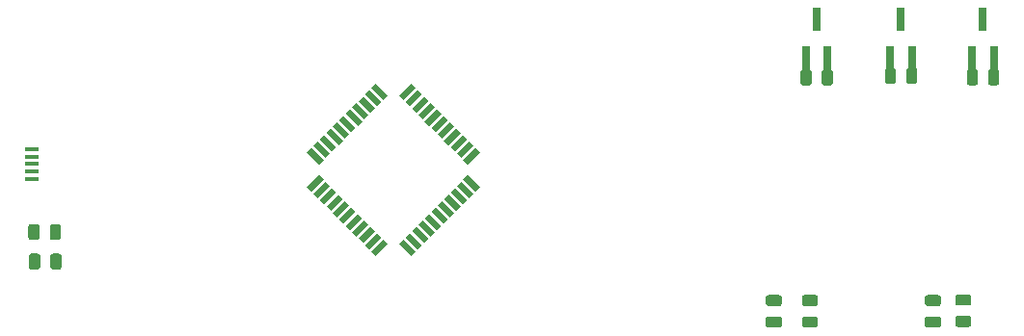
<source format=gbr>
G04 #@! TF.GenerationSoftware,KiCad,Pcbnew,(5.1.5)-2*
G04 #@! TF.CreationDate,2020-04-05T00:52:07+07:00*
G04 #@! TF.ProjectId,KIT_PIC16F1937,4b49545f-5049-4433-9136-46313933372e,rev?*
G04 #@! TF.SameCoordinates,Original*
G04 #@! TF.FileFunction,Paste,Bot*
G04 #@! TF.FilePolarity,Positive*
%FSLAX46Y46*%
G04 Gerber Fmt 4.6, Leading zero omitted, Abs format (unit mm)*
G04 Created by KiCad (PCBNEW (5.1.5)-2) date 2020-04-05 00:52:07*
%MOMM*%
%LPD*%
G04 APERTURE LIST*
%ADD10C,0.100000*%
%ADD11R,0.700000X2.000000*%
%ADD12R,1.300000X0.450000*%
G04 APERTURE END LIST*
D10*
G36*
X187415720Y-114059958D02*
G01*
X187026812Y-114448866D01*
X185966152Y-113388206D01*
X186355060Y-112999298D01*
X187415720Y-114059958D01*
G37*
G36*
X186850034Y-114625643D02*
G01*
X186461126Y-115014551D01*
X185400466Y-113953891D01*
X185789374Y-113564983D01*
X186850034Y-114625643D01*
G37*
G36*
X186284349Y-115191328D02*
G01*
X185895441Y-115580236D01*
X184834781Y-114519576D01*
X185223689Y-114130668D01*
X186284349Y-115191328D01*
G37*
G36*
X185718664Y-115757014D02*
G01*
X185329756Y-116145922D01*
X184269096Y-115085262D01*
X184658004Y-114696354D01*
X185718664Y-115757014D01*
G37*
G36*
X185152978Y-116322699D02*
G01*
X184764070Y-116711607D01*
X183703410Y-115650947D01*
X184092318Y-115262039D01*
X185152978Y-116322699D01*
G37*
G36*
X184587293Y-116888385D02*
G01*
X184198385Y-117277293D01*
X183137725Y-116216633D01*
X183526633Y-115827725D01*
X184587293Y-116888385D01*
G37*
G36*
X184021607Y-117454070D02*
G01*
X183632699Y-117842978D01*
X182572039Y-116782318D01*
X182960947Y-116393410D01*
X184021607Y-117454070D01*
G37*
G36*
X183455922Y-118019756D02*
G01*
X183067014Y-118408664D01*
X182006354Y-117348004D01*
X182395262Y-116959096D01*
X183455922Y-118019756D01*
G37*
G36*
X182890236Y-118585441D02*
G01*
X182501328Y-118974349D01*
X181440668Y-117913689D01*
X181829576Y-117524781D01*
X182890236Y-118585441D01*
G37*
G36*
X182324551Y-119151126D02*
G01*
X181935643Y-119540034D01*
X180874983Y-118479374D01*
X181263891Y-118090466D01*
X182324551Y-119151126D01*
G37*
G36*
X181758866Y-119716812D02*
G01*
X181369958Y-120105720D01*
X180309298Y-119045060D01*
X180698206Y-118656152D01*
X181758866Y-119716812D01*
G37*
G36*
X178294042Y-120105720D02*
G01*
X177905134Y-119716812D01*
X178965794Y-118656152D01*
X179354702Y-119045060D01*
X178294042Y-120105720D01*
G37*
G36*
X177728357Y-119540034D02*
G01*
X177339449Y-119151126D01*
X178400109Y-118090466D01*
X178789017Y-118479374D01*
X177728357Y-119540034D01*
G37*
G36*
X177162672Y-118974349D02*
G01*
X176773764Y-118585441D01*
X177834424Y-117524781D01*
X178223332Y-117913689D01*
X177162672Y-118974349D01*
G37*
G36*
X176596986Y-118408664D02*
G01*
X176208078Y-118019756D01*
X177268738Y-116959096D01*
X177657646Y-117348004D01*
X176596986Y-118408664D01*
G37*
G36*
X176031301Y-117842978D02*
G01*
X175642393Y-117454070D01*
X176703053Y-116393410D01*
X177091961Y-116782318D01*
X176031301Y-117842978D01*
G37*
G36*
X175465615Y-117277293D02*
G01*
X175076707Y-116888385D01*
X176137367Y-115827725D01*
X176526275Y-116216633D01*
X175465615Y-117277293D01*
G37*
G36*
X174899930Y-116711607D02*
G01*
X174511022Y-116322699D01*
X175571682Y-115262039D01*
X175960590Y-115650947D01*
X174899930Y-116711607D01*
G37*
G36*
X174334244Y-116145922D02*
G01*
X173945336Y-115757014D01*
X175005996Y-114696354D01*
X175394904Y-115085262D01*
X174334244Y-116145922D01*
G37*
G36*
X173768559Y-115580236D02*
G01*
X173379651Y-115191328D01*
X174440311Y-114130668D01*
X174829219Y-114519576D01*
X173768559Y-115580236D01*
G37*
G36*
X173202874Y-115014551D02*
G01*
X172813966Y-114625643D01*
X173874626Y-113564983D01*
X174263534Y-113953891D01*
X173202874Y-115014551D01*
G37*
G36*
X172637188Y-114448866D02*
G01*
X172248280Y-114059958D01*
X173308940Y-112999298D01*
X173697848Y-113388206D01*
X172637188Y-114448866D01*
G37*
G36*
X173697848Y-111655794D02*
G01*
X173308940Y-112044702D01*
X172248280Y-110984042D01*
X172637188Y-110595134D01*
X173697848Y-111655794D01*
G37*
G36*
X174263534Y-111090109D02*
G01*
X173874626Y-111479017D01*
X172813966Y-110418357D01*
X173202874Y-110029449D01*
X174263534Y-111090109D01*
G37*
G36*
X174829219Y-110524424D02*
G01*
X174440311Y-110913332D01*
X173379651Y-109852672D01*
X173768559Y-109463764D01*
X174829219Y-110524424D01*
G37*
G36*
X175394904Y-109958738D02*
G01*
X175005996Y-110347646D01*
X173945336Y-109286986D01*
X174334244Y-108898078D01*
X175394904Y-109958738D01*
G37*
G36*
X175960590Y-109393053D02*
G01*
X175571682Y-109781961D01*
X174511022Y-108721301D01*
X174899930Y-108332393D01*
X175960590Y-109393053D01*
G37*
G36*
X176526275Y-108827367D02*
G01*
X176137367Y-109216275D01*
X175076707Y-108155615D01*
X175465615Y-107766707D01*
X176526275Y-108827367D01*
G37*
G36*
X177091961Y-108261682D02*
G01*
X176703053Y-108650590D01*
X175642393Y-107589930D01*
X176031301Y-107201022D01*
X177091961Y-108261682D01*
G37*
G36*
X177657646Y-107695996D02*
G01*
X177268738Y-108084904D01*
X176208078Y-107024244D01*
X176596986Y-106635336D01*
X177657646Y-107695996D01*
G37*
G36*
X178223332Y-107130311D02*
G01*
X177834424Y-107519219D01*
X176773764Y-106458559D01*
X177162672Y-106069651D01*
X178223332Y-107130311D01*
G37*
G36*
X178789017Y-106564626D02*
G01*
X178400109Y-106953534D01*
X177339449Y-105892874D01*
X177728357Y-105503966D01*
X178789017Y-106564626D01*
G37*
G36*
X179354702Y-105998940D02*
G01*
X178965794Y-106387848D01*
X177905134Y-105327188D01*
X178294042Y-104938280D01*
X179354702Y-105998940D01*
G37*
G36*
X180698206Y-106387848D02*
G01*
X180309298Y-105998940D01*
X181369958Y-104938280D01*
X181758866Y-105327188D01*
X180698206Y-106387848D01*
G37*
G36*
X181263891Y-106953534D02*
G01*
X180874983Y-106564626D01*
X181935643Y-105503966D01*
X182324551Y-105892874D01*
X181263891Y-106953534D01*
G37*
G36*
X181829576Y-107519219D02*
G01*
X181440668Y-107130311D01*
X182501328Y-106069651D01*
X182890236Y-106458559D01*
X181829576Y-107519219D01*
G37*
G36*
X182395262Y-108084904D02*
G01*
X182006354Y-107695996D01*
X183067014Y-106635336D01*
X183455922Y-107024244D01*
X182395262Y-108084904D01*
G37*
G36*
X182960947Y-108650590D02*
G01*
X182572039Y-108261682D01*
X183632699Y-107201022D01*
X184021607Y-107589930D01*
X182960947Y-108650590D01*
G37*
G36*
X183526633Y-109216275D02*
G01*
X183137725Y-108827367D01*
X184198385Y-107766707D01*
X184587293Y-108155615D01*
X183526633Y-109216275D01*
G37*
G36*
X184092318Y-109781961D02*
G01*
X183703410Y-109393053D01*
X184764070Y-108332393D01*
X185152978Y-108721301D01*
X184092318Y-109781961D01*
G37*
G36*
X184658004Y-110347646D02*
G01*
X184269096Y-109958738D01*
X185329756Y-108898078D01*
X185718664Y-109286986D01*
X184658004Y-110347646D01*
G37*
G36*
X185223689Y-110913332D02*
G01*
X184834781Y-110524424D01*
X185895441Y-109463764D01*
X186284349Y-109852672D01*
X185223689Y-110913332D01*
G37*
G36*
X185789374Y-111479017D02*
G01*
X185400466Y-111090109D01*
X186461126Y-110029449D01*
X186850034Y-110418357D01*
X185789374Y-111479017D01*
G37*
G36*
X186355060Y-112044702D02*
G01*
X185966152Y-111655794D01*
X187026812Y-110595134D01*
X187415720Y-110984042D01*
X186355060Y-112044702D01*
G37*
G36*
X148592642Y-119901174D02*
G01*
X148616303Y-119904684D01*
X148639507Y-119910496D01*
X148662029Y-119918554D01*
X148683653Y-119928782D01*
X148704170Y-119941079D01*
X148723383Y-119955329D01*
X148741107Y-119971393D01*
X148757171Y-119989117D01*
X148771421Y-120008330D01*
X148783718Y-120028847D01*
X148793946Y-120050471D01*
X148802004Y-120072993D01*
X148807816Y-120096197D01*
X148811326Y-120119858D01*
X148812500Y-120143750D01*
X148812500Y-121056250D01*
X148811326Y-121080142D01*
X148807816Y-121103803D01*
X148802004Y-121127007D01*
X148793946Y-121149529D01*
X148783718Y-121171153D01*
X148771421Y-121191670D01*
X148757171Y-121210883D01*
X148741107Y-121228607D01*
X148723383Y-121244671D01*
X148704170Y-121258921D01*
X148683653Y-121271218D01*
X148662029Y-121281446D01*
X148639507Y-121289504D01*
X148616303Y-121295316D01*
X148592642Y-121298826D01*
X148568750Y-121300000D01*
X148081250Y-121300000D01*
X148057358Y-121298826D01*
X148033697Y-121295316D01*
X148010493Y-121289504D01*
X147987971Y-121281446D01*
X147966347Y-121271218D01*
X147945830Y-121258921D01*
X147926617Y-121244671D01*
X147908893Y-121228607D01*
X147892829Y-121210883D01*
X147878579Y-121191670D01*
X147866282Y-121171153D01*
X147856054Y-121149529D01*
X147847996Y-121127007D01*
X147842184Y-121103803D01*
X147838674Y-121080142D01*
X147837500Y-121056250D01*
X147837500Y-120143750D01*
X147838674Y-120119858D01*
X147842184Y-120096197D01*
X147847996Y-120072993D01*
X147856054Y-120050471D01*
X147866282Y-120028847D01*
X147878579Y-120008330D01*
X147892829Y-119989117D01*
X147908893Y-119971393D01*
X147926617Y-119955329D01*
X147945830Y-119941079D01*
X147966347Y-119928782D01*
X147987971Y-119918554D01*
X148010493Y-119910496D01*
X148033697Y-119904684D01*
X148057358Y-119901174D01*
X148081250Y-119900000D01*
X148568750Y-119900000D01*
X148592642Y-119901174D01*
G37*
G36*
X150467642Y-119901174D02*
G01*
X150491303Y-119904684D01*
X150514507Y-119910496D01*
X150537029Y-119918554D01*
X150558653Y-119928782D01*
X150579170Y-119941079D01*
X150598383Y-119955329D01*
X150616107Y-119971393D01*
X150632171Y-119989117D01*
X150646421Y-120008330D01*
X150658718Y-120028847D01*
X150668946Y-120050471D01*
X150677004Y-120072993D01*
X150682816Y-120096197D01*
X150686326Y-120119858D01*
X150687500Y-120143750D01*
X150687500Y-121056250D01*
X150686326Y-121080142D01*
X150682816Y-121103803D01*
X150677004Y-121127007D01*
X150668946Y-121149529D01*
X150658718Y-121171153D01*
X150646421Y-121191670D01*
X150632171Y-121210883D01*
X150616107Y-121228607D01*
X150598383Y-121244671D01*
X150579170Y-121258921D01*
X150558653Y-121271218D01*
X150537029Y-121281446D01*
X150514507Y-121289504D01*
X150491303Y-121295316D01*
X150467642Y-121298826D01*
X150443750Y-121300000D01*
X149956250Y-121300000D01*
X149932358Y-121298826D01*
X149908697Y-121295316D01*
X149885493Y-121289504D01*
X149862971Y-121281446D01*
X149841347Y-121271218D01*
X149820830Y-121258921D01*
X149801617Y-121244671D01*
X149783893Y-121228607D01*
X149767829Y-121210883D01*
X149753579Y-121191670D01*
X149741282Y-121171153D01*
X149731054Y-121149529D01*
X149722996Y-121127007D01*
X149717184Y-121103803D01*
X149713674Y-121080142D01*
X149712500Y-121056250D01*
X149712500Y-120143750D01*
X149713674Y-120119858D01*
X149717184Y-120096197D01*
X149722996Y-120072993D01*
X149731054Y-120050471D01*
X149741282Y-120028847D01*
X149753579Y-120008330D01*
X149767829Y-119989117D01*
X149783893Y-119971393D01*
X149801617Y-119955329D01*
X149820830Y-119941079D01*
X149841347Y-119928782D01*
X149862971Y-119918554D01*
X149885493Y-119910496D01*
X149908697Y-119904684D01*
X149932358Y-119901174D01*
X149956250Y-119900000D01*
X150443750Y-119900000D01*
X150467642Y-119901174D01*
G37*
G36*
X150405142Y-117301174D02*
G01*
X150428803Y-117304684D01*
X150452007Y-117310496D01*
X150474529Y-117318554D01*
X150496153Y-117328782D01*
X150516670Y-117341079D01*
X150535883Y-117355329D01*
X150553607Y-117371393D01*
X150569671Y-117389117D01*
X150583921Y-117408330D01*
X150596218Y-117428847D01*
X150606446Y-117450471D01*
X150614504Y-117472993D01*
X150620316Y-117496197D01*
X150623826Y-117519858D01*
X150625000Y-117543750D01*
X150625000Y-118456250D01*
X150623826Y-118480142D01*
X150620316Y-118503803D01*
X150614504Y-118527007D01*
X150606446Y-118549529D01*
X150596218Y-118571153D01*
X150583921Y-118591670D01*
X150569671Y-118610883D01*
X150553607Y-118628607D01*
X150535883Y-118644671D01*
X150516670Y-118658921D01*
X150496153Y-118671218D01*
X150474529Y-118681446D01*
X150452007Y-118689504D01*
X150428803Y-118695316D01*
X150405142Y-118698826D01*
X150381250Y-118700000D01*
X149893750Y-118700000D01*
X149869858Y-118698826D01*
X149846197Y-118695316D01*
X149822993Y-118689504D01*
X149800471Y-118681446D01*
X149778847Y-118671218D01*
X149758330Y-118658921D01*
X149739117Y-118644671D01*
X149721393Y-118628607D01*
X149705329Y-118610883D01*
X149691079Y-118591670D01*
X149678782Y-118571153D01*
X149668554Y-118549529D01*
X149660496Y-118527007D01*
X149654684Y-118503803D01*
X149651174Y-118480142D01*
X149650000Y-118456250D01*
X149650000Y-117543750D01*
X149651174Y-117519858D01*
X149654684Y-117496197D01*
X149660496Y-117472993D01*
X149668554Y-117450471D01*
X149678782Y-117428847D01*
X149691079Y-117408330D01*
X149705329Y-117389117D01*
X149721393Y-117371393D01*
X149739117Y-117355329D01*
X149758330Y-117341079D01*
X149778847Y-117328782D01*
X149800471Y-117318554D01*
X149822993Y-117310496D01*
X149846197Y-117304684D01*
X149869858Y-117301174D01*
X149893750Y-117300000D01*
X150381250Y-117300000D01*
X150405142Y-117301174D01*
G37*
G36*
X148530142Y-117301174D02*
G01*
X148553803Y-117304684D01*
X148577007Y-117310496D01*
X148599529Y-117318554D01*
X148621153Y-117328782D01*
X148641670Y-117341079D01*
X148660883Y-117355329D01*
X148678607Y-117371393D01*
X148694671Y-117389117D01*
X148708921Y-117408330D01*
X148721218Y-117428847D01*
X148731446Y-117450471D01*
X148739504Y-117472993D01*
X148745316Y-117496197D01*
X148748826Y-117519858D01*
X148750000Y-117543750D01*
X148750000Y-118456250D01*
X148748826Y-118480142D01*
X148745316Y-118503803D01*
X148739504Y-118527007D01*
X148731446Y-118549529D01*
X148721218Y-118571153D01*
X148708921Y-118591670D01*
X148694671Y-118610883D01*
X148678607Y-118628607D01*
X148660883Y-118644671D01*
X148641670Y-118658921D01*
X148621153Y-118671218D01*
X148599529Y-118681446D01*
X148577007Y-118689504D01*
X148553803Y-118695316D01*
X148530142Y-118698826D01*
X148506250Y-118700000D01*
X148018750Y-118700000D01*
X147994858Y-118698826D01*
X147971197Y-118695316D01*
X147947993Y-118689504D01*
X147925471Y-118681446D01*
X147903847Y-118671218D01*
X147883330Y-118658921D01*
X147864117Y-118644671D01*
X147846393Y-118628607D01*
X147830329Y-118610883D01*
X147816079Y-118591670D01*
X147803782Y-118571153D01*
X147793554Y-118549529D01*
X147785496Y-118527007D01*
X147779684Y-118503803D01*
X147776174Y-118480142D01*
X147775000Y-118456250D01*
X147775000Y-117543750D01*
X147776174Y-117519858D01*
X147779684Y-117496197D01*
X147785496Y-117472993D01*
X147793554Y-117450471D01*
X147803782Y-117428847D01*
X147816079Y-117408330D01*
X147830329Y-117389117D01*
X147846393Y-117371393D01*
X147864117Y-117355329D01*
X147883330Y-117341079D01*
X147903847Y-117328782D01*
X147925471Y-117318554D01*
X147947993Y-117310496D01*
X147971197Y-117304684D01*
X147994858Y-117301174D01*
X148018750Y-117300000D01*
X148506250Y-117300000D01*
X148530142Y-117301174D01*
G37*
G36*
X216888142Y-123544174D02*
G01*
X216911803Y-123547684D01*
X216935007Y-123553496D01*
X216957529Y-123561554D01*
X216979153Y-123571782D01*
X216999670Y-123584079D01*
X217018883Y-123598329D01*
X217036607Y-123614393D01*
X217052671Y-123632117D01*
X217066921Y-123651330D01*
X217079218Y-123671847D01*
X217089446Y-123693471D01*
X217097504Y-123715993D01*
X217103316Y-123739197D01*
X217106826Y-123762858D01*
X217108000Y-123786750D01*
X217108000Y-124274250D01*
X217106826Y-124298142D01*
X217103316Y-124321803D01*
X217097504Y-124345007D01*
X217089446Y-124367529D01*
X217079218Y-124389153D01*
X217066921Y-124409670D01*
X217052671Y-124428883D01*
X217036607Y-124446607D01*
X217018883Y-124462671D01*
X216999670Y-124476921D01*
X216979153Y-124489218D01*
X216957529Y-124499446D01*
X216935007Y-124507504D01*
X216911803Y-124513316D01*
X216888142Y-124516826D01*
X216864250Y-124518000D01*
X215951750Y-124518000D01*
X215927858Y-124516826D01*
X215904197Y-124513316D01*
X215880993Y-124507504D01*
X215858471Y-124499446D01*
X215836847Y-124489218D01*
X215816330Y-124476921D01*
X215797117Y-124462671D01*
X215779393Y-124446607D01*
X215763329Y-124428883D01*
X215749079Y-124409670D01*
X215736782Y-124389153D01*
X215726554Y-124367529D01*
X215718496Y-124345007D01*
X215712684Y-124321803D01*
X215709174Y-124298142D01*
X215708000Y-124274250D01*
X215708000Y-123786750D01*
X215709174Y-123762858D01*
X215712684Y-123739197D01*
X215718496Y-123715993D01*
X215726554Y-123693471D01*
X215736782Y-123671847D01*
X215749079Y-123651330D01*
X215763329Y-123632117D01*
X215779393Y-123614393D01*
X215797117Y-123598329D01*
X215816330Y-123584079D01*
X215836847Y-123571782D01*
X215858471Y-123561554D01*
X215880993Y-123553496D01*
X215904197Y-123547684D01*
X215927858Y-123544174D01*
X215951750Y-123543000D01*
X216864250Y-123543000D01*
X216888142Y-123544174D01*
G37*
G36*
X216888142Y-125419174D02*
G01*
X216911803Y-125422684D01*
X216935007Y-125428496D01*
X216957529Y-125436554D01*
X216979153Y-125446782D01*
X216999670Y-125459079D01*
X217018883Y-125473329D01*
X217036607Y-125489393D01*
X217052671Y-125507117D01*
X217066921Y-125526330D01*
X217079218Y-125546847D01*
X217089446Y-125568471D01*
X217097504Y-125590993D01*
X217103316Y-125614197D01*
X217106826Y-125637858D01*
X217108000Y-125661750D01*
X217108000Y-126149250D01*
X217106826Y-126173142D01*
X217103316Y-126196803D01*
X217097504Y-126220007D01*
X217089446Y-126242529D01*
X217079218Y-126264153D01*
X217066921Y-126284670D01*
X217052671Y-126303883D01*
X217036607Y-126321607D01*
X217018883Y-126337671D01*
X216999670Y-126351921D01*
X216979153Y-126364218D01*
X216957529Y-126374446D01*
X216935007Y-126382504D01*
X216911803Y-126388316D01*
X216888142Y-126391826D01*
X216864250Y-126393000D01*
X215951750Y-126393000D01*
X215927858Y-126391826D01*
X215904197Y-126388316D01*
X215880993Y-126382504D01*
X215858471Y-126374446D01*
X215836847Y-126364218D01*
X215816330Y-126351921D01*
X215797117Y-126337671D01*
X215779393Y-126321607D01*
X215763329Y-126303883D01*
X215749079Y-126284670D01*
X215736782Y-126264153D01*
X215726554Y-126242529D01*
X215718496Y-126220007D01*
X215712684Y-126196803D01*
X215709174Y-126173142D01*
X215708000Y-126149250D01*
X215708000Y-125661750D01*
X215709174Y-125637858D01*
X215712684Y-125614197D01*
X215718496Y-125590993D01*
X215726554Y-125568471D01*
X215736782Y-125546847D01*
X215749079Y-125526330D01*
X215763329Y-125507117D01*
X215779393Y-125489393D01*
X215797117Y-125473329D01*
X215816330Y-125459079D01*
X215836847Y-125446782D01*
X215858471Y-125436554D01*
X215880993Y-125428496D01*
X215904197Y-125422684D01*
X215927858Y-125419174D01*
X215951750Y-125418000D01*
X216864250Y-125418000D01*
X216888142Y-125419174D01*
G37*
G36*
X213713142Y-125419174D02*
G01*
X213736803Y-125422684D01*
X213760007Y-125428496D01*
X213782529Y-125436554D01*
X213804153Y-125446782D01*
X213824670Y-125459079D01*
X213843883Y-125473329D01*
X213861607Y-125489393D01*
X213877671Y-125507117D01*
X213891921Y-125526330D01*
X213904218Y-125546847D01*
X213914446Y-125568471D01*
X213922504Y-125590993D01*
X213928316Y-125614197D01*
X213931826Y-125637858D01*
X213933000Y-125661750D01*
X213933000Y-126149250D01*
X213931826Y-126173142D01*
X213928316Y-126196803D01*
X213922504Y-126220007D01*
X213914446Y-126242529D01*
X213904218Y-126264153D01*
X213891921Y-126284670D01*
X213877671Y-126303883D01*
X213861607Y-126321607D01*
X213843883Y-126337671D01*
X213824670Y-126351921D01*
X213804153Y-126364218D01*
X213782529Y-126374446D01*
X213760007Y-126382504D01*
X213736803Y-126388316D01*
X213713142Y-126391826D01*
X213689250Y-126393000D01*
X212776750Y-126393000D01*
X212752858Y-126391826D01*
X212729197Y-126388316D01*
X212705993Y-126382504D01*
X212683471Y-126374446D01*
X212661847Y-126364218D01*
X212641330Y-126351921D01*
X212622117Y-126337671D01*
X212604393Y-126321607D01*
X212588329Y-126303883D01*
X212574079Y-126284670D01*
X212561782Y-126264153D01*
X212551554Y-126242529D01*
X212543496Y-126220007D01*
X212537684Y-126196803D01*
X212534174Y-126173142D01*
X212533000Y-126149250D01*
X212533000Y-125661750D01*
X212534174Y-125637858D01*
X212537684Y-125614197D01*
X212543496Y-125590993D01*
X212551554Y-125568471D01*
X212561782Y-125546847D01*
X212574079Y-125526330D01*
X212588329Y-125507117D01*
X212604393Y-125489393D01*
X212622117Y-125473329D01*
X212641330Y-125459079D01*
X212661847Y-125446782D01*
X212683471Y-125436554D01*
X212705993Y-125428496D01*
X212729197Y-125422684D01*
X212752858Y-125419174D01*
X212776750Y-125418000D01*
X213689250Y-125418000D01*
X213713142Y-125419174D01*
G37*
G36*
X213713142Y-123544174D02*
G01*
X213736803Y-123547684D01*
X213760007Y-123553496D01*
X213782529Y-123561554D01*
X213804153Y-123571782D01*
X213824670Y-123584079D01*
X213843883Y-123598329D01*
X213861607Y-123614393D01*
X213877671Y-123632117D01*
X213891921Y-123651330D01*
X213904218Y-123671847D01*
X213914446Y-123693471D01*
X213922504Y-123715993D01*
X213928316Y-123739197D01*
X213931826Y-123762858D01*
X213933000Y-123786750D01*
X213933000Y-124274250D01*
X213931826Y-124298142D01*
X213928316Y-124321803D01*
X213922504Y-124345007D01*
X213914446Y-124367529D01*
X213904218Y-124389153D01*
X213891921Y-124409670D01*
X213877671Y-124428883D01*
X213861607Y-124446607D01*
X213843883Y-124462671D01*
X213824670Y-124476921D01*
X213804153Y-124489218D01*
X213782529Y-124499446D01*
X213760007Y-124507504D01*
X213736803Y-124513316D01*
X213713142Y-124516826D01*
X213689250Y-124518000D01*
X212776750Y-124518000D01*
X212752858Y-124516826D01*
X212729197Y-124513316D01*
X212705993Y-124507504D01*
X212683471Y-124499446D01*
X212661847Y-124489218D01*
X212641330Y-124476921D01*
X212622117Y-124462671D01*
X212604393Y-124446607D01*
X212588329Y-124428883D01*
X212574079Y-124409670D01*
X212561782Y-124389153D01*
X212551554Y-124367529D01*
X212543496Y-124345007D01*
X212537684Y-124321803D01*
X212534174Y-124298142D01*
X212533000Y-124274250D01*
X212533000Y-123786750D01*
X212534174Y-123762858D01*
X212537684Y-123739197D01*
X212543496Y-123715993D01*
X212551554Y-123693471D01*
X212561782Y-123671847D01*
X212574079Y-123651330D01*
X212588329Y-123632117D01*
X212604393Y-123614393D01*
X212622117Y-123598329D01*
X212641330Y-123584079D01*
X212661847Y-123571782D01*
X212683471Y-123561554D01*
X212705993Y-123553496D01*
X212729197Y-123547684D01*
X212752858Y-123544174D01*
X212776750Y-123543000D01*
X213689250Y-123543000D01*
X213713142Y-123544174D01*
G37*
G36*
X230350142Y-123495674D02*
G01*
X230373803Y-123499184D01*
X230397007Y-123504996D01*
X230419529Y-123513054D01*
X230441153Y-123523282D01*
X230461670Y-123535579D01*
X230480883Y-123549829D01*
X230498607Y-123565893D01*
X230514671Y-123583617D01*
X230528921Y-123602830D01*
X230541218Y-123623347D01*
X230551446Y-123644971D01*
X230559504Y-123667493D01*
X230565316Y-123690697D01*
X230568826Y-123714358D01*
X230570000Y-123738250D01*
X230570000Y-124225750D01*
X230568826Y-124249642D01*
X230565316Y-124273303D01*
X230559504Y-124296507D01*
X230551446Y-124319029D01*
X230541218Y-124340653D01*
X230528921Y-124361170D01*
X230514671Y-124380383D01*
X230498607Y-124398107D01*
X230480883Y-124414171D01*
X230461670Y-124428421D01*
X230441153Y-124440718D01*
X230419529Y-124450946D01*
X230397007Y-124459004D01*
X230373803Y-124464816D01*
X230350142Y-124468326D01*
X230326250Y-124469500D01*
X229413750Y-124469500D01*
X229389858Y-124468326D01*
X229366197Y-124464816D01*
X229342993Y-124459004D01*
X229320471Y-124450946D01*
X229298847Y-124440718D01*
X229278330Y-124428421D01*
X229259117Y-124414171D01*
X229241393Y-124398107D01*
X229225329Y-124380383D01*
X229211079Y-124361170D01*
X229198782Y-124340653D01*
X229188554Y-124319029D01*
X229180496Y-124296507D01*
X229174684Y-124273303D01*
X229171174Y-124249642D01*
X229170000Y-124225750D01*
X229170000Y-123738250D01*
X229171174Y-123714358D01*
X229174684Y-123690697D01*
X229180496Y-123667493D01*
X229188554Y-123644971D01*
X229198782Y-123623347D01*
X229211079Y-123602830D01*
X229225329Y-123583617D01*
X229241393Y-123565893D01*
X229259117Y-123549829D01*
X229278330Y-123535579D01*
X229298847Y-123523282D01*
X229320471Y-123513054D01*
X229342993Y-123504996D01*
X229366197Y-123499184D01*
X229389858Y-123495674D01*
X229413750Y-123494500D01*
X230326250Y-123494500D01*
X230350142Y-123495674D01*
G37*
G36*
X230350142Y-125370674D02*
G01*
X230373803Y-125374184D01*
X230397007Y-125379996D01*
X230419529Y-125388054D01*
X230441153Y-125398282D01*
X230461670Y-125410579D01*
X230480883Y-125424829D01*
X230498607Y-125440893D01*
X230514671Y-125458617D01*
X230528921Y-125477830D01*
X230541218Y-125498347D01*
X230551446Y-125519971D01*
X230559504Y-125542493D01*
X230565316Y-125565697D01*
X230568826Y-125589358D01*
X230570000Y-125613250D01*
X230570000Y-126100750D01*
X230568826Y-126124642D01*
X230565316Y-126148303D01*
X230559504Y-126171507D01*
X230551446Y-126194029D01*
X230541218Y-126215653D01*
X230528921Y-126236170D01*
X230514671Y-126255383D01*
X230498607Y-126273107D01*
X230480883Y-126289171D01*
X230461670Y-126303421D01*
X230441153Y-126315718D01*
X230419529Y-126325946D01*
X230397007Y-126334004D01*
X230373803Y-126339816D01*
X230350142Y-126343326D01*
X230326250Y-126344500D01*
X229413750Y-126344500D01*
X229389858Y-126343326D01*
X229366197Y-126339816D01*
X229342993Y-126334004D01*
X229320471Y-126325946D01*
X229298847Y-126315718D01*
X229278330Y-126303421D01*
X229259117Y-126289171D01*
X229241393Y-126273107D01*
X229225329Y-126255383D01*
X229211079Y-126236170D01*
X229198782Y-126215653D01*
X229188554Y-126194029D01*
X229180496Y-126171507D01*
X229174684Y-126148303D01*
X229171174Y-126124642D01*
X229170000Y-126100750D01*
X229170000Y-125613250D01*
X229171174Y-125589358D01*
X229174684Y-125565697D01*
X229180496Y-125542493D01*
X229188554Y-125519971D01*
X229198782Y-125498347D01*
X229211079Y-125477830D01*
X229225329Y-125458617D01*
X229241393Y-125440893D01*
X229259117Y-125424829D01*
X229278330Y-125410579D01*
X229298847Y-125398282D01*
X229320471Y-125388054D01*
X229342993Y-125379996D01*
X229366197Y-125374184D01*
X229389858Y-125370674D01*
X229413750Y-125369500D01*
X230326250Y-125369500D01*
X230350142Y-125370674D01*
G37*
G36*
X227683142Y-125419174D02*
G01*
X227706803Y-125422684D01*
X227730007Y-125428496D01*
X227752529Y-125436554D01*
X227774153Y-125446782D01*
X227794670Y-125459079D01*
X227813883Y-125473329D01*
X227831607Y-125489393D01*
X227847671Y-125507117D01*
X227861921Y-125526330D01*
X227874218Y-125546847D01*
X227884446Y-125568471D01*
X227892504Y-125590993D01*
X227898316Y-125614197D01*
X227901826Y-125637858D01*
X227903000Y-125661750D01*
X227903000Y-126149250D01*
X227901826Y-126173142D01*
X227898316Y-126196803D01*
X227892504Y-126220007D01*
X227884446Y-126242529D01*
X227874218Y-126264153D01*
X227861921Y-126284670D01*
X227847671Y-126303883D01*
X227831607Y-126321607D01*
X227813883Y-126337671D01*
X227794670Y-126351921D01*
X227774153Y-126364218D01*
X227752529Y-126374446D01*
X227730007Y-126382504D01*
X227706803Y-126388316D01*
X227683142Y-126391826D01*
X227659250Y-126393000D01*
X226746750Y-126393000D01*
X226722858Y-126391826D01*
X226699197Y-126388316D01*
X226675993Y-126382504D01*
X226653471Y-126374446D01*
X226631847Y-126364218D01*
X226611330Y-126351921D01*
X226592117Y-126337671D01*
X226574393Y-126321607D01*
X226558329Y-126303883D01*
X226544079Y-126284670D01*
X226531782Y-126264153D01*
X226521554Y-126242529D01*
X226513496Y-126220007D01*
X226507684Y-126196803D01*
X226504174Y-126173142D01*
X226503000Y-126149250D01*
X226503000Y-125661750D01*
X226504174Y-125637858D01*
X226507684Y-125614197D01*
X226513496Y-125590993D01*
X226521554Y-125568471D01*
X226531782Y-125546847D01*
X226544079Y-125526330D01*
X226558329Y-125507117D01*
X226574393Y-125489393D01*
X226592117Y-125473329D01*
X226611330Y-125459079D01*
X226631847Y-125446782D01*
X226653471Y-125436554D01*
X226675993Y-125428496D01*
X226699197Y-125422684D01*
X226722858Y-125419174D01*
X226746750Y-125418000D01*
X227659250Y-125418000D01*
X227683142Y-125419174D01*
G37*
G36*
X227683142Y-123544174D02*
G01*
X227706803Y-123547684D01*
X227730007Y-123553496D01*
X227752529Y-123561554D01*
X227774153Y-123571782D01*
X227794670Y-123584079D01*
X227813883Y-123598329D01*
X227831607Y-123614393D01*
X227847671Y-123632117D01*
X227861921Y-123651330D01*
X227874218Y-123671847D01*
X227884446Y-123693471D01*
X227892504Y-123715993D01*
X227898316Y-123739197D01*
X227901826Y-123762858D01*
X227903000Y-123786750D01*
X227903000Y-124274250D01*
X227901826Y-124298142D01*
X227898316Y-124321803D01*
X227892504Y-124345007D01*
X227884446Y-124367529D01*
X227874218Y-124389153D01*
X227861921Y-124409670D01*
X227847671Y-124428883D01*
X227831607Y-124446607D01*
X227813883Y-124462671D01*
X227794670Y-124476921D01*
X227774153Y-124489218D01*
X227752529Y-124499446D01*
X227730007Y-124507504D01*
X227706803Y-124513316D01*
X227683142Y-124516826D01*
X227659250Y-124518000D01*
X226746750Y-124518000D01*
X226722858Y-124516826D01*
X226699197Y-124513316D01*
X226675993Y-124507504D01*
X226653471Y-124499446D01*
X226631847Y-124489218D01*
X226611330Y-124476921D01*
X226592117Y-124462671D01*
X226574393Y-124446607D01*
X226558329Y-124428883D01*
X226544079Y-124409670D01*
X226531782Y-124389153D01*
X226521554Y-124367529D01*
X226513496Y-124345007D01*
X226507684Y-124321803D01*
X226504174Y-124298142D01*
X226503000Y-124274250D01*
X226503000Y-123786750D01*
X226504174Y-123762858D01*
X226507684Y-123739197D01*
X226513496Y-123715993D01*
X226521554Y-123693471D01*
X226531782Y-123671847D01*
X226544079Y-123651330D01*
X226558329Y-123632117D01*
X226574393Y-123614393D01*
X226592117Y-123598329D01*
X226611330Y-123584079D01*
X226631847Y-123571782D01*
X226653471Y-123561554D01*
X226675993Y-123553496D01*
X226699197Y-123547684D01*
X226722858Y-123544174D01*
X226746750Y-123543000D01*
X227659250Y-123543000D01*
X227683142Y-123544174D01*
G37*
D11*
X217950000Y-102700000D03*
X216050000Y-102700000D03*
X217000000Y-99300000D03*
D10*
G36*
X216330142Y-103701174D02*
G01*
X216353803Y-103704684D01*
X216377007Y-103710496D01*
X216399529Y-103718554D01*
X216421153Y-103728782D01*
X216441670Y-103741079D01*
X216460883Y-103755329D01*
X216478607Y-103771393D01*
X216494671Y-103789117D01*
X216508921Y-103808330D01*
X216521218Y-103828847D01*
X216531446Y-103850471D01*
X216539504Y-103872993D01*
X216545316Y-103896197D01*
X216548826Y-103919858D01*
X216550000Y-103943750D01*
X216550000Y-104856250D01*
X216548826Y-104880142D01*
X216545316Y-104903803D01*
X216539504Y-104927007D01*
X216531446Y-104949529D01*
X216521218Y-104971153D01*
X216508921Y-104991670D01*
X216494671Y-105010883D01*
X216478607Y-105028607D01*
X216460883Y-105044671D01*
X216441670Y-105058921D01*
X216421153Y-105071218D01*
X216399529Y-105081446D01*
X216377007Y-105089504D01*
X216353803Y-105095316D01*
X216330142Y-105098826D01*
X216306250Y-105100000D01*
X215818750Y-105100000D01*
X215794858Y-105098826D01*
X215771197Y-105095316D01*
X215747993Y-105089504D01*
X215725471Y-105081446D01*
X215703847Y-105071218D01*
X215683330Y-105058921D01*
X215664117Y-105044671D01*
X215646393Y-105028607D01*
X215630329Y-105010883D01*
X215616079Y-104991670D01*
X215603782Y-104971153D01*
X215593554Y-104949529D01*
X215585496Y-104927007D01*
X215579684Y-104903803D01*
X215576174Y-104880142D01*
X215575000Y-104856250D01*
X215575000Y-103943750D01*
X215576174Y-103919858D01*
X215579684Y-103896197D01*
X215585496Y-103872993D01*
X215593554Y-103850471D01*
X215603782Y-103828847D01*
X215616079Y-103808330D01*
X215630329Y-103789117D01*
X215646393Y-103771393D01*
X215664117Y-103755329D01*
X215683330Y-103741079D01*
X215703847Y-103728782D01*
X215725471Y-103718554D01*
X215747993Y-103710496D01*
X215771197Y-103704684D01*
X215794858Y-103701174D01*
X215818750Y-103700000D01*
X216306250Y-103700000D01*
X216330142Y-103701174D01*
G37*
G36*
X218205142Y-103701174D02*
G01*
X218228803Y-103704684D01*
X218252007Y-103710496D01*
X218274529Y-103718554D01*
X218296153Y-103728782D01*
X218316670Y-103741079D01*
X218335883Y-103755329D01*
X218353607Y-103771393D01*
X218369671Y-103789117D01*
X218383921Y-103808330D01*
X218396218Y-103828847D01*
X218406446Y-103850471D01*
X218414504Y-103872993D01*
X218420316Y-103896197D01*
X218423826Y-103919858D01*
X218425000Y-103943750D01*
X218425000Y-104856250D01*
X218423826Y-104880142D01*
X218420316Y-104903803D01*
X218414504Y-104927007D01*
X218406446Y-104949529D01*
X218396218Y-104971153D01*
X218383921Y-104991670D01*
X218369671Y-105010883D01*
X218353607Y-105028607D01*
X218335883Y-105044671D01*
X218316670Y-105058921D01*
X218296153Y-105071218D01*
X218274529Y-105081446D01*
X218252007Y-105089504D01*
X218228803Y-105095316D01*
X218205142Y-105098826D01*
X218181250Y-105100000D01*
X217693750Y-105100000D01*
X217669858Y-105098826D01*
X217646197Y-105095316D01*
X217622993Y-105089504D01*
X217600471Y-105081446D01*
X217578847Y-105071218D01*
X217558330Y-105058921D01*
X217539117Y-105044671D01*
X217521393Y-105028607D01*
X217505329Y-105010883D01*
X217491079Y-104991670D01*
X217478782Y-104971153D01*
X217468554Y-104949529D01*
X217460496Y-104927007D01*
X217454684Y-104903803D01*
X217451174Y-104880142D01*
X217450000Y-104856250D01*
X217450000Y-103943750D01*
X217451174Y-103919858D01*
X217454684Y-103896197D01*
X217460496Y-103872993D01*
X217468554Y-103850471D01*
X217478782Y-103828847D01*
X217491079Y-103808330D01*
X217505329Y-103789117D01*
X217521393Y-103771393D01*
X217539117Y-103755329D01*
X217558330Y-103741079D01*
X217578847Y-103728782D01*
X217600471Y-103718554D01*
X217622993Y-103710496D01*
X217646197Y-103704684D01*
X217669858Y-103701174D01*
X217693750Y-103700000D01*
X218181250Y-103700000D01*
X218205142Y-103701174D01*
G37*
D11*
X225350000Y-102700000D03*
X223450000Y-102700000D03*
X224400000Y-99300000D03*
D10*
G36*
X223739142Y-103568174D02*
G01*
X223762803Y-103571684D01*
X223786007Y-103577496D01*
X223808529Y-103585554D01*
X223830153Y-103595782D01*
X223850670Y-103608079D01*
X223869883Y-103622329D01*
X223887607Y-103638393D01*
X223903671Y-103656117D01*
X223917921Y-103675330D01*
X223930218Y-103695847D01*
X223940446Y-103717471D01*
X223948504Y-103739993D01*
X223954316Y-103763197D01*
X223957826Y-103786858D01*
X223959000Y-103810750D01*
X223959000Y-104723250D01*
X223957826Y-104747142D01*
X223954316Y-104770803D01*
X223948504Y-104794007D01*
X223940446Y-104816529D01*
X223930218Y-104838153D01*
X223917921Y-104858670D01*
X223903671Y-104877883D01*
X223887607Y-104895607D01*
X223869883Y-104911671D01*
X223850670Y-104925921D01*
X223830153Y-104938218D01*
X223808529Y-104948446D01*
X223786007Y-104956504D01*
X223762803Y-104962316D01*
X223739142Y-104965826D01*
X223715250Y-104967000D01*
X223227750Y-104967000D01*
X223203858Y-104965826D01*
X223180197Y-104962316D01*
X223156993Y-104956504D01*
X223134471Y-104948446D01*
X223112847Y-104938218D01*
X223092330Y-104925921D01*
X223073117Y-104911671D01*
X223055393Y-104895607D01*
X223039329Y-104877883D01*
X223025079Y-104858670D01*
X223012782Y-104838153D01*
X223002554Y-104816529D01*
X222994496Y-104794007D01*
X222988684Y-104770803D01*
X222985174Y-104747142D01*
X222984000Y-104723250D01*
X222984000Y-103810750D01*
X222985174Y-103786858D01*
X222988684Y-103763197D01*
X222994496Y-103739993D01*
X223002554Y-103717471D01*
X223012782Y-103695847D01*
X223025079Y-103675330D01*
X223039329Y-103656117D01*
X223055393Y-103638393D01*
X223073117Y-103622329D01*
X223092330Y-103608079D01*
X223112847Y-103595782D01*
X223134471Y-103585554D01*
X223156993Y-103577496D01*
X223180197Y-103571684D01*
X223203858Y-103568174D01*
X223227750Y-103567000D01*
X223715250Y-103567000D01*
X223739142Y-103568174D01*
G37*
G36*
X225614142Y-103568174D02*
G01*
X225637803Y-103571684D01*
X225661007Y-103577496D01*
X225683529Y-103585554D01*
X225705153Y-103595782D01*
X225725670Y-103608079D01*
X225744883Y-103622329D01*
X225762607Y-103638393D01*
X225778671Y-103656117D01*
X225792921Y-103675330D01*
X225805218Y-103695847D01*
X225815446Y-103717471D01*
X225823504Y-103739993D01*
X225829316Y-103763197D01*
X225832826Y-103786858D01*
X225834000Y-103810750D01*
X225834000Y-104723250D01*
X225832826Y-104747142D01*
X225829316Y-104770803D01*
X225823504Y-104794007D01*
X225815446Y-104816529D01*
X225805218Y-104838153D01*
X225792921Y-104858670D01*
X225778671Y-104877883D01*
X225762607Y-104895607D01*
X225744883Y-104911671D01*
X225725670Y-104925921D01*
X225705153Y-104938218D01*
X225683529Y-104948446D01*
X225661007Y-104956504D01*
X225637803Y-104962316D01*
X225614142Y-104965826D01*
X225590250Y-104967000D01*
X225102750Y-104967000D01*
X225078858Y-104965826D01*
X225055197Y-104962316D01*
X225031993Y-104956504D01*
X225009471Y-104948446D01*
X224987847Y-104938218D01*
X224967330Y-104925921D01*
X224948117Y-104911671D01*
X224930393Y-104895607D01*
X224914329Y-104877883D01*
X224900079Y-104858670D01*
X224887782Y-104838153D01*
X224877554Y-104816529D01*
X224869496Y-104794007D01*
X224863684Y-104770803D01*
X224860174Y-104747142D01*
X224859000Y-104723250D01*
X224859000Y-103810750D01*
X224860174Y-103786858D01*
X224863684Y-103763197D01*
X224869496Y-103739993D01*
X224877554Y-103717471D01*
X224887782Y-103695847D01*
X224900079Y-103675330D01*
X224914329Y-103656117D01*
X224930393Y-103638393D01*
X224948117Y-103622329D01*
X224967330Y-103608079D01*
X224987847Y-103595782D01*
X225009471Y-103585554D01*
X225031993Y-103577496D01*
X225055197Y-103571684D01*
X225078858Y-103568174D01*
X225102750Y-103567000D01*
X225590250Y-103567000D01*
X225614142Y-103568174D01*
G37*
D11*
X232550000Y-102700000D03*
X230650000Y-102700000D03*
X231600000Y-99300000D03*
D10*
G36*
X230930142Y-103701174D02*
G01*
X230953803Y-103704684D01*
X230977007Y-103710496D01*
X230999529Y-103718554D01*
X231021153Y-103728782D01*
X231041670Y-103741079D01*
X231060883Y-103755329D01*
X231078607Y-103771393D01*
X231094671Y-103789117D01*
X231108921Y-103808330D01*
X231121218Y-103828847D01*
X231131446Y-103850471D01*
X231139504Y-103872993D01*
X231145316Y-103896197D01*
X231148826Y-103919858D01*
X231150000Y-103943750D01*
X231150000Y-104856250D01*
X231148826Y-104880142D01*
X231145316Y-104903803D01*
X231139504Y-104927007D01*
X231131446Y-104949529D01*
X231121218Y-104971153D01*
X231108921Y-104991670D01*
X231094671Y-105010883D01*
X231078607Y-105028607D01*
X231060883Y-105044671D01*
X231041670Y-105058921D01*
X231021153Y-105071218D01*
X230999529Y-105081446D01*
X230977007Y-105089504D01*
X230953803Y-105095316D01*
X230930142Y-105098826D01*
X230906250Y-105100000D01*
X230418750Y-105100000D01*
X230394858Y-105098826D01*
X230371197Y-105095316D01*
X230347993Y-105089504D01*
X230325471Y-105081446D01*
X230303847Y-105071218D01*
X230283330Y-105058921D01*
X230264117Y-105044671D01*
X230246393Y-105028607D01*
X230230329Y-105010883D01*
X230216079Y-104991670D01*
X230203782Y-104971153D01*
X230193554Y-104949529D01*
X230185496Y-104927007D01*
X230179684Y-104903803D01*
X230176174Y-104880142D01*
X230175000Y-104856250D01*
X230175000Y-103943750D01*
X230176174Y-103919858D01*
X230179684Y-103896197D01*
X230185496Y-103872993D01*
X230193554Y-103850471D01*
X230203782Y-103828847D01*
X230216079Y-103808330D01*
X230230329Y-103789117D01*
X230246393Y-103771393D01*
X230264117Y-103755329D01*
X230283330Y-103741079D01*
X230303847Y-103728782D01*
X230325471Y-103718554D01*
X230347993Y-103710496D01*
X230371197Y-103704684D01*
X230394858Y-103701174D01*
X230418750Y-103700000D01*
X230906250Y-103700000D01*
X230930142Y-103701174D01*
G37*
G36*
X232805142Y-103701174D02*
G01*
X232828803Y-103704684D01*
X232852007Y-103710496D01*
X232874529Y-103718554D01*
X232896153Y-103728782D01*
X232916670Y-103741079D01*
X232935883Y-103755329D01*
X232953607Y-103771393D01*
X232969671Y-103789117D01*
X232983921Y-103808330D01*
X232996218Y-103828847D01*
X233006446Y-103850471D01*
X233014504Y-103872993D01*
X233020316Y-103896197D01*
X233023826Y-103919858D01*
X233025000Y-103943750D01*
X233025000Y-104856250D01*
X233023826Y-104880142D01*
X233020316Y-104903803D01*
X233014504Y-104927007D01*
X233006446Y-104949529D01*
X232996218Y-104971153D01*
X232983921Y-104991670D01*
X232969671Y-105010883D01*
X232953607Y-105028607D01*
X232935883Y-105044671D01*
X232916670Y-105058921D01*
X232896153Y-105071218D01*
X232874529Y-105081446D01*
X232852007Y-105089504D01*
X232828803Y-105095316D01*
X232805142Y-105098826D01*
X232781250Y-105100000D01*
X232293750Y-105100000D01*
X232269858Y-105098826D01*
X232246197Y-105095316D01*
X232222993Y-105089504D01*
X232200471Y-105081446D01*
X232178847Y-105071218D01*
X232158330Y-105058921D01*
X232139117Y-105044671D01*
X232121393Y-105028607D01*
X232105329Y-105010883D01*
X232091079Y-104991670D01*
X232078782Y-104971153D01*
X232068554Y-104949529D01*
X232060496Y-104927007D01*
X232054684Y-104903803D01*
X232051174Y-104880142D01*
X232050000Y-104856250D01*
X232050000Y-103943750D01*
X232051174Y-103919858D01*
X232054684Y-103896197D01*
X232060496Y-103872993D01*
X232068554Y-103850471D01*
X232078782Y-103828847D01*
X232091079Y-103808330D01*
X232105329Y-103789117D01*
X232121393Y-103771393D01*
X232139117Y-103755329D01*
X232158330Y-103741079D01*
X232178847Y-103728782D01*
X232200471Y-103718554D01*
X232222993Y-103710496D01*
X232246197Y-103704684D01*
X232269858Y-103701174D01*
X232293750Y-103700000D01*
X232781250Y-103700000D01*
X232805142Y-103701174D01*
G37*
D12*
X148077000Y-113314000D03*
X148077000Y-112664000D03*
X148077000Y-112014000D03*
X148077000Y-111364000D03*
X148077000Y-110714000D03*
M02*

</source>
